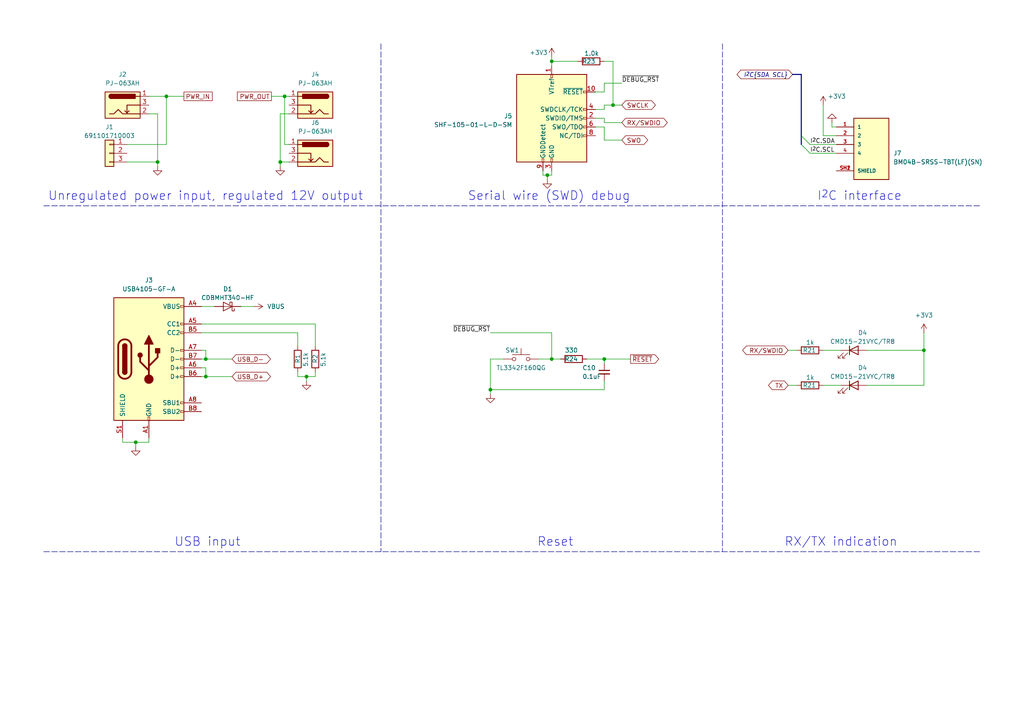
<source format=kicad_sch>
(kicad_sch (version 20230121) (generator eeschema)
  (paper "A4")
  (title_block (title "Smart Buck Converter") (date "5/12/2023") (rev "2.0.0") (company "Fabian Butkovich") (comment 1 "I/O Interface"))
  (lib_symbols
    (symbol "BM04B-SRSS-TBT_LF__SN_:BM04B-SRSS-TBT(LF)(SN)" (pin_names (offset 1.016))
      (property "Reference" "J" (at -5.0802 10.7955 0))
      (property "Value" "BM04B-SRSS-TBT(LF)(SN)" (at -5.0845 -10.169 0))
      (symbol "BM04B-SRSS-TBT(LF)(SN)_0_0"
        (rectangle (start -5.08 -7.62) (end 5.08 10.16) (stroke (width 0.254)) (fill (type background)))
        (pin passive line (at -10.16 7.62 0) (length 5.08) (name "1") (number "1"))
        (pin passive line (at -10.16 5.08 0) (length 5.08) (name "2") (number "2"))
        (pin passive line (at -10.16 2.54 0) (length 5.08) (name "3") (number "3"))
        (pin passive line (at -10.16 0 0) (length 5.08) (name "4") (number "4"))
        (pin passive line (at -10.16 -5.08 0) (length 5.08) (name "SHIELD") (number "SH1"))
        (pin passive line (at -10.16 -5.08 0) (length 5.08) (name "SHIELD") (number "SH2"))
      )
    )
    (symbol "Connector:Barrel_Jack_Switch" (pin_names hide)
      (property "Reference" "J" (at 0 5.334 0))
      (property "Value" "Barrel_Jack_Switch" (at 0 -5.08 0))
      (symbol "Barrel_Jack_Switch_0_1"
        (rectangle (start -5.08 3.81) (end 5.08 -3.81) (stroke (width 0.254)) (fill (type background)))
        (arc (start -3.302 3.175) (mid -3.9343 2.54) (end -3.302 1.905) (stroke (width 0.254)))
        (arc (start -3.302 3.175) (mid -3.9343 2.54) (end -3.302 1.905) (stroke (width 0.254)) (fill (type outline)))
        (polyline (pts (xy 1.27 -2.286) (xy 1.905 -1.651)) (stroke (width 0.254)))
        (polyline (pts (xy 5.08 2.54) (xy 3.81 2.54)) (stroke (width 0.254)))
        (polyline (pts (xy 5.08 0) (xy 1.27 0) (xy 1.27 -2.286) (xy 0.635 -1.651)) (stroke (width 0.254)))
        (polyline (pts (xy -3.81 -2.54) (xy -2.54 -2.54) (xy -1.27 -1.27) (xy 0 -2.54) (xy 2.54 -2.54) (xy 5.08 -2.54)) (stroke (width 0.254)))
        (rectangle (start 3.683 3.175) (end -3.302 1.905) (stroke (width 0.254)) (fill (type outline)))
      )
      (symbol "Barrel_Jack_Switch_1_1"
        (pin passive line (at 7.62 2.54 180) (length 2.54) (name "~") (number "1"))
        (pin passive line (at 7.62 -2.54 180) (length 2.54) (name "~") (number "2"))
        (pin passive line (at 7.62 0 180) (length 2.54) (name "~") (number "3"))
      )
    )
    (symbol "Connector:Conn_ARM_JTAG_SWD_10" (pin_names (offset 1.016))
      (property "Reference" "J" (at -2.54 16.51 0))
      (property "Value" "Conn_ARM_JTAG_SWD_10" (at -2.54 13.97 0))
      (symbol "Conn_ARM_JTAG_SWD_10_0_1"
        (rectangle (start -10.16 12.7) (end 10.16 -12.7) (stroke (width 0.254)) (fill (type background)))
        (rectangle (start -2.794 -12.7) (end -2.286 -11.684))
        (rectangle (start -0.254 -12.7) (end 0.254 -11.684))
        (rectangle (start -0.254 12.7) (end 0.254 11.684))
        (rectangle (start 9.144 2.286) (end 10.16 2.794))
        (rectangle (start 10.16 -2.794) (end 9.144 -2.286))
        (rectangle (start 10.16 -0.254) (end 9.144 0.254))
        (rectangle (start 10.16 7.874) (end 9.144 7.366))
      )
      (symbol "Conn_ARM_JTAG_SWD_10_1_1"
        (rectangle (start 9.144 -5.334) (end 10.16 -4.826))
        (pin power_in line (at 0 15.24 270) (length 2.54) (name "VTref") (number "1"))
        (pin open_collector line (at 12.7 7.62 180) (length 2.54) (name "~{RESET}") (number "10"))
        (pin bidirectional line (at 12.7 0 180) (length 2.54) (name "SWDIO/TMS") (number "2"))
        (pin power_in line (at 0 -15.24 90) (length 2.54) (name "GND") (number "3"))
        (pin output line (at 12.7 2.54 180) (length 2.54) (name "SWDCLK/TCK") (number "4"))
        (pin passive line (at 0 -15.24 90) (length 2.54) hide (name "GND") (number "5"))
        (pin input line (at 12.7 -2.54 180) (length 2.54) (name "SWO/TDO") (number "6"))
        (pin no_connect line (at -10.16 0 0) (length 2.54) hide (name "KEY") (number "7"))
        (pin output line (at 12.7 -5.08 180) (length 2.54) (name "NC/TDI") (number "8"))
        (pin passive line (at -2.54 -15.24 90) (length 2.54) (name "GNDDetect") (number "9"))
      )
    )
    (symbol "Connector:USB_C_Receptacle_USB2.0" (pin_names (offset 1.016))
      (property "Reference" "J" (at -10.16 19.05 0))
      (property "Value" "USB_C_Receptacle_USB2.0" (at 19.05 19.05 0))
      (symbol "USB_C_Receptacle_USB2.0_0_0"
        (rectangle (start -0.254 -17.78) (end 0.254 -16.764))
        (rectangle (start 10.16 -14.986) (end 9.144 -15.494))
        (rectangle (start 10.16 -12.446) (end 9.144 -12.954))
        (rectangle (start 10.16 -4.826) (end 9.144 -5.334))
        (rectangle (start 10.16 -2.286) (end 9.144 -2.794))
        (rectangle (start 10.16 0.254) (end 9.144 -0.254))
        (rectangle (start 10.16 2.794) (end 9.144 2.286))
        (rectangle (start 10.16 7.874) (end 9.144 7.366))
        (rectangle (start 10.16 10.414) (end 9.144 9.906))
        (rectangle (start 10.16 15.494) (end 9.144 14.986))
      )
      (symbol "USB_C_Receptacle_USB2.0_0_1"
        (rectangle (start -10.16 17.78) (end 10.16 -17.78) (stroke (width 0.254)) (fill (type background)))
        (arc (start -8.89 -3.81) (mid -6.985 -5.7067) (end -5.08 -3.81) (stroke (width 0.508)))
        (arc (start -7.62 -3.81) (mid -6.985 -4.4423) (end -6.35 -3.81) (stroke (width 0.254)))
        (arc (start -7.62 -3.81) (mid -6.985 -4.4423) (end -6.35 -3.81) (stroke (width 0.254)) (fill (type outline)))
        (rectangle (start -7.62 -3.81) (end -6.35 3.81) (stroke (width 0.254)) (fill (type outline)))
        (arc (start -6.35 3.81) (mid -6.985 4.4423) (end -7.62 3.81) (stroke (width 0.254)))
        (arc (start -6.35 3.81) (mid -6.985 4.4423) (end -7.62 3.81) (stroke (width 0.254)) (fill (type outline)))
        (arc (start -5.08 3.81) (mid -6.985 5.7067) (end -8.89 3.81) (stroke (width 0.508)))
        (circle (center -2.54 1.143) (radius 0.635) (stroke (width 0.254)) (fill (type outline)))
        (circle (center 0 -5.842) (radius 1.27) (fill (type outline)))
        (polyline (pts (xy -8.89 -3.81) (xy -8.89 3.81)) (stroke (width 0.508)))
        (polyline (pts (xy -5.08 3.81) (xy -5.08 -3.81)) (stroke (width 0.508)))
        (polyline (pts (xy 0 -5.842) (xy 0 4.318)) (stroke (width 0.508)))
        (polyline (pts (xy 0 -3.302) (xy -2.54 -0.762) (xy -2.54 0.508)) (stroke (width 0.508)))
        (polyline (pts (xy 0 -2.032) (xy 2.54 0.508) (xy 2.54 1.778)) (stroke (width 0.508)))
        (polyline (pts (xy -1.27 4.318) (xy 0 6.858) (xy 1.27 4.318) (xy -1.27 4.318)) (stroke (width 0.254)) (fill (type outline)))
        (rectangle (start 1.905 1.778) (end 3.175 3.048) (stroke (width 0.254)) (fill (type outline)))
      )
      (symbol "USB_C_Receptacle_USB2.0_1_1"
        (pin passive line (at 0 -22.86 90) (length 5.08) (name "GND") (number "A1"))
        (pin passive line (at 0 -22.86 90) (length 5.08) hide (name "GND") (number "A12"))
        (pin passive line (at 15.24 15.24 180) (length 5.08) (name "VBUS") (number "A4"))
        (pin bidirectional line (at 15.24 10.16 180) (length 5.08) (name "CC1") (number "A5"))
        (pin bidirectional line (at 15.24 -2.54 180) (length 5.08) (name "D+") (number "A6"))
        (pin bidirectional line (at 15.24 2.54 180) (length 5.08) (name "D-") (number "A7"))
        (pin bidirectional line (at 15.24 -12.7 180) (length 5.08) (name "SBU1") (number "A8"))
        (pin passive line (at 15.24 15.24 180) (length 5.08) hide (name "VBUS") (number "A9"))
        (pin passive line (at 0 -22.86 90) (length 5.08) hide (name "GND") (number "B1"))
        (pin passive line (at 0 -22.86 90) (length 5.08) hide (name "GND") (number "B12"))
        (pin passive line (at 15.24 15.24 180) (length 5.08) hide (name "VBUS") (number "B4"))
        (pin bidirectional line (at 15.24 7.62 180) (length 5.08) (name "CC2") (number "B5"))
        (pin bidirectional line (at 15.24 -5.08 180) (length 5.08) (name "D+") (number "B6"))
        (pin bidirectional line (at 15.24 0 180) (length 5.08) (name "D-") (number "B7"))
        (pin bidirectional line (at 15.24 -15.24 180) (length 5.08) (name "SBU2") (number "B8"))
        (pin passive line (at 15.24 15.24 180) (length 5.08) hide (name "VBUS") (number "B9"))
        (pin passive line (at -7.62 -22.86 90) (length 5.08) (name "SHIELD") (number "S1"))
      )
    )
    (symbol "Connector_Generic:Conn_01x03" (pin_names (offset 1.016) hide)
      (property "Reference" "J" (at 0 5.08 0))
      (property "Value" "Conn_01x03" (at 0 -5.08 0))
      (symbol "Conn_01x03_1_1"
        (rectangle (start -1.27 -2.413) (end 0 -2.667) (stroke (width 0.1524)))
        (rectangle (start -1.27 0.127) (end 0 -0.127) (stroke (width 0.1524)))
        (rectangle (start -1.27 2.667) (end 0 2.413) (stroke (width 0.1524)))
        (rectangle (start -1.27 3.81) (end 1.27 -3.81) (stroke (width 0.254)) (fill (type background)))
        (pin passive line (at -5.08 2.54 0) (length 3.81) (name "Pin_1") (number "1"))
        (pin passive line (at -5.08 0 0) (length 3.81) (name "Pin_2") (number "2"))
        (pin passive line (at -5.08 -2.54 0) (length 3.81) (name "Pin_3") (number "3"))
      )
    )
    (symbol "Device:C_Small" (pin_numbers hide) (pin_names (offset 0.254) hide)
      (property "Reference" "C" (at 0.254 1.778 0))
      (property "Value" "C_Small" (at 0.254 -2.032 0))
      (symbol "C_Small_0_1"
        (polyline (pts (xy -1.524 -0.508) (xy 1.524 -0.508)) (stroke (width 0.3302)))
        (polyline (pts (xy -1.524 0.508) (xy 1.524 0.508)) (stroke (width 0.3048)))
      )
      (symbol "C_Small_1_1"
        (pin passive line (at 0 2.54 270) (length 2.032) (name "~") (number "1"))
        (pin passive line (at 0 -2.54 90) (length 2.032) (name "~") (number "2"))
      )
    )
    (symbol "Device:LED" (pin_numbers hide) (pin_names (offset 1.016) hide)
      (property "Reference" "D" (at 0 2.54 0))
      (property "Value" "LED" (at 0 -2.54 0))
      (symbol "LED_0_1"
        (polyline (pts (xy -1.27 -1.27) (xy -1.27 1.27)) (stroke (width 0.254)))
        (polyline (pts (xy -1.27 0) (xy 1.27 0)))
        (polyline (pts (xy 1.27 -1.27) (xy 1.27 1.27) (xy -1.27 0) (xy 1.27 -1.27)) (stroke (width 0.254)))
        (polyline (pts (xy -3.048 -0.762) (xy -4.572 -2.286) (xy -3.81 -2.286) (xy -4.572 -2.286) (xy -4.572 -1.524)))
        (polyline (pts (xy -1.778 -0.762) (xy -3.302 -2.286) (xy -2.54 -2.286) (xy -3.302 -2.286) (xy -3.302 -1.524)))
      )
      (symbol "LED_1_1"
        (pin passive line (at -3.81 0 0) (length 2.54) (name "K") (number "1"))
        (pin passive line (at 3.81 0 180) (length 2.54) (name "A") (number "2"))
      )
    )
    (symbol "Device:R" (pin_numbers hide) (pin_names (offset 0))
      (property "Reference" "R" (at 2.032 0 90))
      (property "Value" "R" (at 0 0 90))
      (symbol "R_0_1"
        (rectangle (start -1.016 -2.54) (end 1.016 2.54) (stroke (width 0.254)))
      )
      (symbol "R_1_1"
        (pin passive line (at 0 3.81 270) (length 1.27) (name "~") (number "1"))
        (pin passive line (at 0 -3.81 90) (length 1.27) (name "~") (number "2"))
      )
    )
    (symbol "Diode:PMEG3015EH" (pin_numbers hide) (pin_names hide)
      (property "Reference" "D" (at 0 2.54 0))
      (property "Value" "PMEG3015EH" (at 0 -2.54 0))
      (symbol "PMEG3015EH_0_1"
        (polyline (pts (xy 1.27 0) (xy -1.27 0)))
        (polyline (pts (xy 1.27 1.27) (xy 1.27 -1.27) (xy -1.27 0) (xy 1.27 1.27)) (stroke (width 0.2032)))
        (polyline (pts (xy -1.905 0.635) (xy -1.905 1.27) (xy -1.27 1.27) (xy -1.27 -1.27) (xy -0.635 -1.27) (xy -0.635 -0.635)) (stroke (width 0.2032)))
      )
      (symbol "PMEG3015EH_1_1"
        (pin passive line (at -3.81 0 0) (length 2.54) (name "K") (number "1"))
        (pin passive line (at 3.81 0 180) (length 2.54) (name "A") (number "2"))
      )
    )
    (symbol "Switch:SW_Push" (pin_numbers hide) (pin_names (offset 1.016) hide)
      (property "Reference" "SW1" (at -2.54 2.54 0))
      (property "Value" "TL3342F160QG" (at 0 -2.54 0))
      (symbol "SW_Push_0_1"
        (circle (center -2.032 0) (radius 0.508))
        (polyline (pts (xy 0 1.27) (xy 0 3.048)))
        (polyline (pts (xy 2.54 1.27) (xy -2.54 1.27)))
        (circle (center 2.032 0) (radius 0.508))
        (pin passive line (at 5.08 0 180) (length 2.54) (name "2") (number "2"))
        (pin passive line (at -5.08 0 0) (length 2.54) (name "4") (number "4"))
      )
    )
    (symbol "power:+3.3V" (power) (pin_names (offset 0))
      (property "Value" "+3.3V" (at 0 3.556 0))
      (symbol "+3.3V_0_1"
        (polyline (pts (xy -0.762 1.27) (xy 0 2.54)))
        (polyline (pts (xy 0 0) (xy 0 2.54)))
        (polyline (pts (xy 0 2.54) (xy 0.762 1.27)))
      )
      (symbol "+3.3V_1_1"
        (pin power_in line (at 0 0 90) (length 0) hide (name "+3V3") (number "1"))
      )
    )
    (symbol "power:GND" (power) (pin_names (offset 0))
      (property "Value" "GND" (at 0 -3.81 0))
      (symbol "GND_0_1"
        (polyline (pts (xy 0 0) (xy 0 -1.27) (xy 1.27 -1.27) (xy 0 -2.54) (xy -1.27 -1.27) (xy 0 -1.27)))
      )
      (symbol "GND_1_1"
        (pin power_in line (at 0 0 270) (length 0) hide (name "GND") (number "1"))
      )
    )
    (symbol "power:VBUS" (power) (pin_names (offset 0))
      (property "Value" "VBUS" (at 0 3.81 0))
      (symbol "VBUS_0_1"
        (polyline (pts (xy -0.762 1.27) (xy 0 2.54)))
        (polyline (pts (xy 0 0) (xy 0 2.54)))
        (polyline (pts (xy 0 2.54) (xy 0.762 1.27)))
      )
      (symbol "VBUS_1_1"
        (pin power_in line (at 0 0 90) (length 0) hide (name "VBUS") (number "1"))
      )
    )
  )
  (junction (at 81.28 46.99))
  (junction (at 175.26 104.14))
  (junction (at 45.72 46.99))
  (junction (at 48.26 27.94))
  (junction (at 160.02 104.14))
  (junction (at 59.69 109.22))
  (junction (at 142.24 113.03))
  (junction (at 39.37 128.27))
  (junction (at 160.02 17.78))
  (junction (at 158.75 50.8))
  (junction (at 59.69 104.14))
  (junction (at 82.55 27.94))
  (junction (at 267.97 101.6))
  (junction (at 88.9 109.22))
  (junction (at 177.8 30.48))
  (bus_entry (at 232.41 41.91) (size 2.54 2.54))
  (bus_entry (at 232.41 39.37) (size 2.54 2.54))
  (wire (pts (xy 82.55 27.94) (xy 83.82 27.94)))
  (wire (pts (xy 45.72 33.02) (xy 45.72 46.99)))
  (wire (pts (xy 86.36 100.33) (xy 86.36 96.52)))
  (wire (pts (xy 69.85 88.9) (xy 73.66 88.9)))
  (wire (pts (xy 48.26 41.91) (xy 48.26 27.94)))
  (wire (pts (xy 238.76 39.37) (xy 242.57 39.37)))
  (bus (pts (xy 232.41 39.37) (xy 232.41 41.91)))
  (wire (pts (xy 86.36 109.22) (xy 88.9 109.22)))
  (polyline (pts (xy 12.7 160.02) (xy 284.48 160.02)) (stroke (width 0) (type dash) (color 0 0 132 1)))
  (wire (pts (xy 175.26 24.13) (xy 180.34 24.13)))
  (wire (pts (xy 58.42 93.98) (xy 91.44 93.98)))
  (polyline (pts (xy 12.7 59.69) (xy 284.48 59.69)) (stroke (width 0) (type dash) (color 0 0 132 1)))
  (wire (pts (xy 175.26 30.48) (xy 177.8 30.48)))
  (wire (pts (xy 175.26 40.64) (xy 180.34 40.64)))
  (wire (pts (xy 142.24 104.14) (xy 146.05 104.14)))
  (wire (pts (xy 59.69 106.68) (xy 59.69 109.22)))
  (wire (pts (xy 58.42 109.22) (xy 59.69 109.22)))
  (wire (pts (xy 175.26 110.49) (xy 175.26 113.03)))
  (wire (pts (xy 175.26 113.03) (xy 142.24 113.03)))
  (wire (pts (xy 175.26 36.83) (xy 175.26 40.64)))
  (wire (pts (xy 267.97 101.6) (xy 267.97 111.76)))
  (wire (pts (xy 83.82 33.02) (xy 81.28 33.02)))
  (wire (pts (xy 43.18 27.94) (xy 48.26 27.94)))
  (wire (pts (xy 175.26 104.14) (xy 182.88 104.14)))
  (wire (pts (xy 35.56 127) (xy 35.56 128.27)))
  (wire (pts (xy 172.72 36.83) (xy 175.26 36.83)))
  (wire (pts (xy 238.76 101.6) (xy 243.84 101.6)))
  (wire (pts (xy 157.48 49.53) (xy 157.48 50.8)))
  (wire (pts (xy 86.36 96.52) (xy 58.42 96.52)))
  (wire (pts (xy 39.37 128.27) (xy 43.18 128.27)))
  (wire (pts (xy 172.72 31.75) (xy 175.26 31.75)))
  (wire (pts (xy 251.46 101.6) (xy 267.97 101.6)))
  (wire (pts (xy 251.46 111.76) (xy 267.97 111.76)))
  (wire (pts (xy 88.9 109.22) (xy 91.44 109.22)))
  (wire (pts (xy 170.18 104.14) (xy 175.26 104.14)))
  (wire (pts (xy 43.18 33.02) (xy 45.72 33.02)))
  (wire (pts (xy 158.75 50.8) (xy 158.75 52.07)))
  (wire (pts (xy 58.42 101.6) (xy 59.69 101.6)))
  (wire (pts (xy 177.8 30.48) (xy 180.34 30.48)))
  (wire (pts (xy 83.82 41.91) (xy 82.55 41.91)))
  (bus (pts (xy 232.41 21.59) (xy 232.41 39.37)))
  (wire (pts (xy 228.6 101.6) (xy 231.14 101.6)))
  (wire (pts (xy 58.42 88.9) (xy 62.23 88.9)))
  (wire (pts (xy 48.26 27.94) (xy 53.34 27.94)))
  (polyline (pts (xy 110.49 12.7) (xy 110.49 160.02)) (stroke (width 0) (type dash) (color 0 0 132 1)))
  (wire (pts (xy 228.6 111.76) (xy 231.14 111.76)))
  (wire (pts (xy 142.24 96.52) (xy 160.02 96.52)))
  (wire (pts (xy 36.83 46.99) (xy 45.72 46.99)))
  (wire (pts (xy 82.55 41.91) (xy 82.55 27.94)))
  (wire (pts (xy 59.69 101.6) (xy 59.69 104.14)))
  (wire (pts (xy 142.24 114.3) (xy 142.24 113.03)))
  (wire (pts (xy 158.75 50.8) (xy 160.02 50.8)))
  (bus (pts (xy 229.87 21.59) (xy 232.41 21.59)))
  (wire (pts (xy 59.69 104.14) (xy 67.31 104.14)))
  (wire (pts (xy 160.02 17.78) (xy 160.02 19.05)))
  (wire (pts (xy 156.21 104.14) (xy 160.02 104.14)))
  (wire (pts (xy 172.72 26.67) (xy 175.26 26.67)))
  (wire (pts (xy 78.74 27.94) (xy 82.55 27.94)))
  (wire (pts (xy 238.76 30.48) (xy 238.76 39.37)))
  (wire (pts (xy 59.69 109.22) (xy 67.31 109.22)))
  (wire (pts (xy 86.36 107.95) (xy 86.36 109.22)))
  (wire (pts (xy 81.28 46.99) (xy 83.82 46.99)))
  (wire (pts (xy 160.02 16.51) (xy 160.02 17.78)))
  (wire (pts (xy 267.97 96.52) (xy 267.97 101.6)))
  (polyline (pts (xy 209.55 12.7) (xy 209.55 160.02)) (stroke (width 0) (type dash) (color 0 0 132 1)))
  (wire (pts (xy 175.26 104.14) (xy 175.26 105.41)))
  (wire (pts (xy 160.02 17.78) (xy 167.64 17.78)))
  (wire (pts (xy 175.26 35.56) (xy 180.34 35.56)))
  (wire (pts (xy 81.28 33.02) (xy 81.28 46.99)))
  (wire (pts (xy 142.24 113.03) (xy 142.24 104.14)))
  (wire (pts (xy 160.02 104.14) (xy 162.56 104.14)))
  (wire (pts (xy 91.44 109.22) (xy 91.44 107.95)))
  (wire (pts (xy 160.02 50.8) (xy 160.02 49.53)))
  (wire (pts (xy 241.3 35.56) (xy 241.3 36.83)))
  (wire (pts (xy 88.9 109.22) (xy 88.9 110.49)))
  (wire (pts (xy 175.26 31.75) (xy 175.26 30.48)))
  (wire (pts (xy 45.72 46.99) (xy 45.72 48.26)))
  (wire (pts (xy 160.02 96.52) (xy 160.02 104.14)))
  (wire (pts (xy 241.3 36.83) (xy 242.57 36.83)))
  (wire (pts (xy 157.48 50.8) (xy 158.75 50.8)))
  (wire (pts (xy 36.83 41.91) (xy 48.26 41.91)))
  (wire (pts (xy 234.95 41.91) (xy 242.57 41.91)))
  (wire (pts (xy 175.26 17.78) (xy 177.8 17.78)))
  (wire (pts (xy 175.26 34.29) (xy 175.26 35.56)))
  (wire (pts (xy 172.72 34.29) (xy 175.26 34.29)))
  (wire (pts (xy 238.76 111.76) (xy 243.84 111.76)))
  (wire (pts (xy 81.28 46.99) (xy 81.28 48.26)))
  (wire (pts (xy 234.95 44.45) (xy 242.57 44.45)))
  (wire (pts (xy 58.42 104.14) (xy 59.69 104.14)))
  (wire (pts (xy 177.8 17.78) (xy 177.8 30.48)))
  (wire (pts (xy 39.37 128.27) (xy 39.37 129.54)))
  (wire (pts (xy 91.44 93.98) (xy 91.44 100.33)))
  (wire (pts (xy 35.56 128.27) (xy 39.37 128.27)))
  (wire (pts (xy 175.26 24.13) (xy 175.26 26.67)))
  (wire (pts (xy 43.18 128.27) (xy 43.18 127)))
  (wire (pts (xy 58.42 106.68) (xy 59.69 106.68)))
  (text "USB input" (at 69.85 158.75 0) (effects (font (size 2.54 2.54)) (justify right bottom)))
  (text "RX/TX indication" (at 260.35 158.75 0) (effects (font (size 2.54 2.54)) (justify right bottom)))
  (text "I^{2}C interface" (at 261.62 58.42 0) (effects (font (size 2.54 2.54)) (justify right bottom)))
  (text "Reset" (at 166.37 158.75 0) (effects (font (size 2.54 2.54)) (justify right bottom)))
  (text "Serial wire (SWD) debug" (at 182.88 58.42 0) (effects (font (size 2.54 2.54)) (justify right bottom)))
  (text "Unregulated power input, regulated 12V output" (at 105.41 58.42 0) (effects (font (size 2.54 2.54)) (justify right bottom)))
  (label "~{DEBUG_RST}" (at 142.24 96.52 180))
  (label "~{DEBUG_RST}" (at 180.34 24.13 0))
  (label "I^{2}C.SCL" (at 234.95 44.45 0))
  (label "I^{2}C.SDA" (at 234.95 41.91 0))
  (global_label "RX{slash}SWDIO" (shape bidirectional) (at 228.6 101.6 180) (property "Intersheetrefs" "${INTERSHEET_REFS}" (effects hide)))
  (global_label "USB_D+" (shape bidirectional) (at 67.31 109.22 0) (property "Intersheetrefs" "${INTERSHEET_REFS}" (effects hide)))
  (global_label "SWCLK" (shape bidirectional) (at 180.34 30.48 0) (property "Intersheetrefs" "${INTERSHEET_REFS}" (effects hide)))
  (global_label "USB_D-" (shape bidirectional) (at 67.31 104.14 0) (property "Intersheetrefs" "${INTERSHEET_REFS}" (effects hide)))
  (global_label "~{RESET}" (shape output) (at 182.88 104.14 0) (property "Intersheetrefs" "${INTERSHEET_REFS}" (effects hide)))
  (global_label "PWR_IN" (shape passive) (at 53.34 27.94 0) (property "Intersheetrefs" "${INTERSHEET_REFS}" (effects hide)))
  (global_label "RX{slash}SWDIO" (shape bidirectional) (at 180.34 35.56 0) (property "Intersheetrefs" "${INTERSHEET_REFS}" (effects hide)))
  (global_label "I^{2}C{SDA SCL}" (shape bidirectional) (at 229.87 21.59 180) (effects (font italic)) (property "Intersheetrefs" "${INTERSHEET_REFS}" (effects hide)))
  (global_label "SWO" (shape bidirectional) (at 180.34 40.64 0) (property "Intersheetrefs" "${INTERSHEET_REFS}" (effects hide)))
  (global_label "PWR_OUT" (shape passive) (at 78.74 27.94 180) (property "Intersheetrefs" "${INTERSHEET_REFS}" (effects hide)))
  (global_label "TX" (shape bidirectional) (at 228.6 111.76 180) (property "Intersheetrefs" "${INTERSHEET_REFS}" (effects hide)))
  (symbol (lib_id "Device:R") (at 171.45 17.78 90) (unit 1)
    (property "Reference" "R23" (at 172.72 17.78 90) (effects (justify left)))
    (property "Value" "1.0k" (at 173.736 15.494 90) (effects (justify left)))
    (property "Footprint" "Resistor_SMD:R_0805_2012Metric" (effects hide))
  )
  (symbol (lib_id "Switch:SW_Push") (at 151.13 104.14 0) (unit 1)
    (property "Reference" "SW1" (at 148.59 101.6 0))
    (property "Value" "TL3342F160QG" (at 151.13 106.68 0))
    (property "Footprint" "User Components:SW_TL3342F160QG" (effects hide))
  )
  (symbol (lib_id "Connector:USB_C_Receptacle_USB2.0") (at 43.18 104.14 0) (unit 1)
    (property "Reference" "J3" (at 43.18 81.28 0))
    (property "Value" "USB4105-GF-A" (at 43.18 83.82 0))
    (property "Footprint" "Connector_USB:USB_C_Receptacle_GCT_USB4105-xx-A_16P_TopMnt_Horizontal" (effects hide))
    (property "Datasheet" "https://www.mouser.com/datasheet/2/837/USB4105-2888174.pdf" (effects hide))
    (property "Part" "USB4105-GF-A" (effects hide))
  )
  (symbol (lib_id "BM04B-SRSS-TBT_LF__SN_:BM04B-SRSS-TBT(LF)(SN)") (at 252.73 44.45 0) (unit 1)
    (property "Reference" "J7" (at 259.08 44.45 0) (effects (justify left)))
    (property "Value" "BM04B-SRSS-TBT(LF)(SN)" (at 259.08 46.99 0) (effects (justify left)))
    (property "Footprint" "User Components:CONN_BM04B-SRSS-TBT(LF)(SN)" (effects hide))
    (property "Datasheet" "https://www.jst-mfg.com/product/pdf/eng/eSH.pdf" (effects hide))
    (property "STANDARD" "Manufacturer recommendations" (effects hide))
    (property "MANUFACTURER" "JST" (effects hide))
  )
  (symbol (lib_id "power:GND") (at 81.28 48.26 0) (unit 1)
    (property "Reference" "#PWR0102" (effects hide))
    (property "Value" "GND" (effects hide))
  )
  (symbol (lib_id "power:GND") (at 39.37 129.54 0) (unit 1)
    (property "Reference" "#PWR0108" (effects hide))
    (property "Value" "GND" (effects hide))
  )
  (symbol (lib_id "power:+3.3V") (at 238.76 30.48 0) (unit 1)
    (property "Reference" "#PWR0109" (effects hide))
    (property "Value" "+3.3V" (at 240.03 27.94 0) (effects (justify left)))
  )
  (symbol (lib_id "power:GND") (at 142.24 114.3 0) (unit 1)
    (property "Reference" "#PWR03" (effects hide))
    (property "Value" "GND" (effects hide))
  )
  (symbol (lib_id "power:+3.3V") (at 160.02 16.51 0) (unit 1)
    (property "Reference" "#PWR0104" (effects hide))
    (property "Value" "+3.3V" (at 156.21 15.24 0))
  )
  (symbol (lib_id "Device:C_Small") (at 175.26 107.95 0) (unit 1)
    (property "Reference" "C10" (at 168.91 106.68 0) (effects (justify left)))
    (property "Value" "0.1uF" (at 168.91 109.22 0) (effects (justify left)))
    (property "Footprint" "Capacitor_SMD:C_0805_2012Metric" (effects hide))
  )
  (symbol (lib_id "power:GND") (at 158.75 52.07 0) (unit 1)
    (property "Reference" "#PWR02" (effects hide))
    (property "Value" "GND" (effects hide))
  )
  (symbol (lib_id "power:GND") (at 45.72 48.26 0) (unit 1)
    (property "Reference" "#PWR0103" (effects hide))
    (property "Value" "GND" (effects hide))
  )
  (symbol (lib_id "power:GND") (at 241.3 35.56 180) (unit 1)
    (property "Reference" "#PWR0110" (effects hide))
    (property "Value" "GND" (effects hide))
  )
  (symbol (lib_id "Connector:Conn_ARM_JTAG_SWD_10") (at 160.02 34.29 0) (unit 1)
    (property "Reference" "J5" (at 148.59 33.655 0) (effects (justify right)))
    (property "Value" "SHF-105-01-L-D-SM" (at 148.59 36.195 0) (effects (justify right)))
    (property "Footprint" "User Components:SAMTEC_SHF-105-01-L-D-SM" (effects hide))
    (property "Datasheet" "http://infocenter.arm.com/help/topic/com.arm.doc.ddi0314h/DDI0314H_coresight_components_trm.pdf" (effects hide))
  )
  (symbol (lib_id "power:VBUS") (at 73.66 88.9 270) (unit 1)
    (property "Reference" "#PWR0106" (effects hide))
    (property "Value" "VBUS" (at 77.47 88.8999 90) (effects (justify left)))
  )
  (symbol (lib_id "Connector:Barrel_Jack_Switch") (at 35.56 30.48 0) (unit 1)
    (property "Reference" "J2" (at 35.56 21.59 0))
    (property "Value" "PJ-063AH" (at 35.56 24.13 0))
    (property "Footprint" "Connector_BarrelJack:BarrelJack_CUI_PJ-063AH_Horizontal" (effects hide))
    (property "Part Number" "PJ-063AH" (effects hide))
  )
  (symbol (lib_id "Device:R") (at 234.95 101.6 90) (unit 1)
    (property "Reference" "R21" (at 236.728 101.6 90) (effects (justify left)))
    (property "Value" "1k" (at 236.22 99.314 90) (effects (justify left)))
    (property "Footprint" "Resistor_SMD:R_1206_3216Metric" (effects hide))
    (instances (project "Smart Buck Converter" (path "" (reference "R21") (unit 1)) (path "" (reference "R25") (unit 1))))
  )
  (symbol (lib_id "Device:R") (at 166.37 104.14 90) (unit 1)
    (property "Reference" "R24" (at 167.64 104.14 90) (effects (justify left)))
    (property "Value" "330" (at 167.64 101.6 90) (effects (justify left)))
    (property "Footprint" "Resistor_SMD:R_0805_2012Metric" (effects hide))
  )
  (symbol (lib_id "power:+3.3V") (at 267.97 96.52 0) (unit 1)
    (property "Reference" "#PWR04" (effects hide))
    (property "Value" "+3.3V" (at 267.97 91.44 0))
  )
  (symbol (lib_id "Device:R") (at 86.36 104.14 0) (unit 1)
    (property "Reference" "R1" (at 86.36 105.41 90) (effects (justify left)))
    (property "Value" "5.1k" (at 88.646 106.426 90) (effects (justify left)))
    (property "Footprint" "Resistor_SMD:R_0805_2012Metric" (effects hide))
  )
  (symbol (lib_id "Diode:PMEG3015EH") (at 66.04 88.9 180) (unit 1)
    (property "Reference" "D1" (at 66.04 83.82 0))
    (property "Value" "CDBMHT340-HF" (at 66.04 86.36 0))
    (property "Footprint" "Diode_SMD:D_SOD-123F" (effects hide))
    (property "Datasheet" "https://www.mouser.com/datasheet/2/80/comchip_technology_comc-s-a0004994317-1-1734023.pdf" (effects hide))
  )
  (symbol (lib_id "Device:R") (at 234.95 111.76 90) (unit 1)
    (property "Reference" "R21" (at 236.728 111.76 90) (effects (justify left)))
    (property "Value" "1k" (at 236.22 109.474 90) (effects (justify left)))
    (property "Footprint" "Resistor_SMD:R_1206_3216Metric" (effects hide))
    (instances (project "Smart Buck Converter" (path "" (reference "R21") (unit 1)) (path "" (reference "R26") (unit 1))))
  )
  (symbol (lib_id "Connector_Generic:Conn_01x03") (at 31.75 44.45 0) (mirror y) (unit 1)
    (property "Reference" "J1" (at 31.75 36.83 0))
    (property "Value" "691101710003" (at 31.75 39.37 0))
    (property "Footprint" "TerminalBlock_Phoenix:TerminalBlock_Phoenix_MKDS-1,5-3_1x03_P5.00mm_Horizontal" (effects hide))
  )
  (symbol (lib_id "Connector:Barrel_Jack_Switch") (at 91.44 30.48 0) (mirror y) (unit 1)
    (property "Reference" "J4" (at 91.44 21.59 0))
    (property "Value" "PJ-063AH" (at 91.44 24.13 0))
    (property "Footprint" "Connector_BarrelJack:BarrelJack_CUI_PJ-063AH_Horizontal" (effects hide))
    (property "Part Number" "PJ-063AH" (effects hide))
  )
  (symbol (lib_id "Connector:Barrel_Jack_Switch") (at 91.44 44.45 0) (mirror y) (unit 1)
    (property "Reference" "J6" (at 91.44 35.56 0))
    (property "Value" "PJ-063AH" (at 91.44 38.1 0))
    (property "Footprint" "Connector_BarrelJack:BarrelJack_CUI_PJ-063AH_Horizontal" (effects hide))
    (property "Part Number" "PJ-063AH" (effects hide))
  )
  (symbol (lib_id "power:GND") (at 88.9 110.49 0) (unit 1)
    (property "Reference" "#PWR0107" (effects hide))
    (property "Value" "GND" (effects hide))
  )
  (symbol (lib_id "Device:LED") (at 247.65 111.76 0) (unit 1)
    (property "Reference" "D4" (at 250.19 106.68 0))
    (property "Value" "CMD15-21VYC/TR8" (at 250.19 109.22 0))
    (property "Footprint" "LED_SMD:LED_1206_3216Metric" (effects hide))
    (instances (project "Smart Buck Converter" (path "" (reference "D4") (unit 1)) (path "" (reference "TXLED1") (unit 1))))
  )
  (symbol (lib_id "Device:R") (at 91.44 104.14 0) (unit 1)
    (property "Reference" "R2" (at 91.44 105.41 90) (effects (justify left)))
    (property "Value" "5.1k" (at 93.726 106.426 90) (effects (justify left)))
    (property "Footprint" "Resistor_SMD:R_0805_2012Metric" (effects hide))
  )
  (symbol (lib_id "Device:LED") (at 247.65 101.6 0) (unit 1)
    (property "Reference" "D4" (at 250.19 96.52 0))
    (property "Value" "CMD15-21VYC/TR8" (at 250.19 99.06 0))
    (property "Footprint" "LED_SMD:LED_1206_3216Metric" (effects hide))
    (instances (project "Smart Buck Converter" (path "" (reference "D4") (unit 1)) (path "" (reference "RXLED1") (unit 1))))
  )
)
</source>
